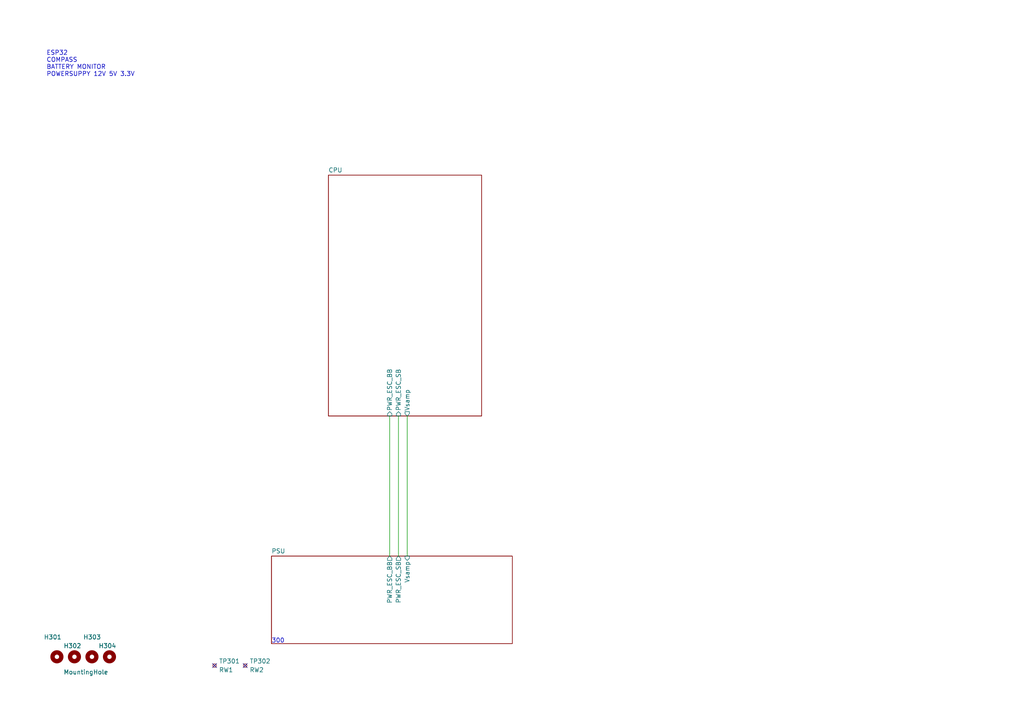
<source format=kicad_sch>
(kicad_sch (version 20231120) (generator "eeschema") (generator_version "8.0")
  (paper "A4")
  (title_block (title "NicE Buoy") (date "2023-06-20") (rev "1.1") (company "NicE Engineering"))
  (lib_symbols
    (symbol "Connector:TestPoint_Small" (pin_numbers hide) (pin_names (offset 0.762) hide)
      (property "Reference" "TP" (at 0 3.81 0))
      (property "Value" "TestPoint_Small" (at 0 2.032 0))
      (symbol "TestPoint_Small_0_1"
        (circle (center 0 0) (radius 0.508))
      )
      (symbol "TestPoint_Small_1_1"
        (pin passive line (at 0 0 90) (length 0) (name "1") (number "1"))
      )
    )
    (symbol "Mechanical:MountingHole" (pin_names (offset 1.016))
      (property "Reference" "H" (at 0 5.08 0))
      (property "Value" "MountingHole" (at 0 3.175 0))
      (symbol "MountingHole_0_1"
        (circle (center 0 0) (radius 1.27) (stroke (width 1.27)))
      )
    )
  )
  (no_connect (at 62.23 193.04))
  (no_connect (at 71.12 193.04))
  (wire (pts (xy 115.57 120.65) (xy 115.57 161.29)))
  (wire (pts (xy 113.03 120.65) (xy 113.03 161.29)))
  (wire (pts (xy 118.11 120.65) (xy 118.11 161.29)))
  (text "300" (at 78.74 186.69 0) (effects (font (size 1.27 1.27)) (justify left bottom)))
  (text "ESP32\nCOMPASS\nBATTERY MONITOR\nPOWERSUPPY 12V 5V 3.3V\n" (at 13.462 22.352 0) (effects (font (size 1.27 1.27)) (justify left bottom)))
  (symbol (lib_id "Connector:TestPoint_Small") (at 71.12 193.04 0) (unit 1) (in_bom no)
    (property "Reference" "TP302" (at 72.39 191.77 0) (effects (justify left)))
    (property "Value" "RW2" (at 72.39 194.31 0) (effects (justify left)))
    (property "Footprint" "A_Misc:ReworkPins" (effects (hide yes)))
  )
  (symbol (lib_id "Mechanical:MountingHole") (at 31.75 190.5 0) (unit 1) (in_bom no)
    (property "Reference" "H304" (at 28.575 187.325 0) (effects (justify left)))
    (property "Value" "MountingHole" (effects (hide yes)))
    (property "Footprint" "A_Mechanical:NPTH_M3" (effects (hide yes)))
  )
  (symbol (lib_id "Mechanical:MountingHole") (at 26.67 190.5 0) (unit 1) (in_bom no)
    (property "Reference" "H303" (at 24.13 184.785 0) (effects (justify left)))
    (property "Value" "MountingHole" (at 18.415 194.945 0) (effects (justify left)))
    (property "Footprint" "A_Mechanical:NPTH_M3" (effects (hide yes)))
  )
  (symbol (lib_id "Connector:TestPoint_Small") (at 62.23 193.04 0) (unit 1) (in_bom no)
    (property "Reference" "TP301" (at 63.5 191.77 0) (effects (justify left)))
    (property "Value" "RW1" (at 63.5 194.31 0) (effects (justify left)))
    (property "Footprint" "A_Misc:ReworkPins" (effects (hide yes)))
  )
  (symbol (lib_id "Mechanical:MountingHole") (at 21.59 190.5 0) (unit 1) (in_bom no)
    (property "Reference" "H302" (at 18.415 187.325 0) (effects (justify left)))
    (property "Value" "MountingHole" (effects (hide yes)))
    (property "Footprint" "A_Mechanical:NPTH_M3" (effects (hide yes)))
  )
  (symbol (lib_id "Mechanical:MountingHole") (at 16.51 190.5 0) (unit 1) (in_bom no)
    (property "Reference" "H301" (at 12.7 184.785 0) (effects (justify left)))
    (property "Value" "MountingHole" (effects (hide yes)))
    (property "Footprint" "A_Mechanical:NPTH_M3" (effects (hide yes)))
  )
  (sheet (at 95.25 50.8) (size 44.45 69.85) (stroke (width 0.1524))
    (property "Sheetname" "CPU" (at 95.25 50.0884 0) (effects (justify left bottom)))
    (property "Sheetfile" "CPU_sch.kicad_sch" (effects (hide yes)))
    (pin "PWR_ESC_BB" input (at 113.03 120.65 270))
    (pin "PWR_ESC_SB" input (at 115.57 120.65 270))
    (pin "Vsamp" output (at 118.11 120.65 270))
  )
  (sheet (at 78.74 161.29) (size 69.85 25.4) (stroke (width 0.1524))
    (property "Sheetname" "PSU" (at 78.74 160.5784 0) (effects (justify left bottom)))
    (property "Sheetfile" "PSU_sch.kicad_sch" (effects (hide yes)))
    (pin "PWR_ESC_SB" output (at 115.57 161.29 90))
    (pin "PWR_ESC_BB" output (at 113.03 161.29 90))
    (pin "Vsamp" input (at 118.11 161.29 90))
  )
)
</source>
